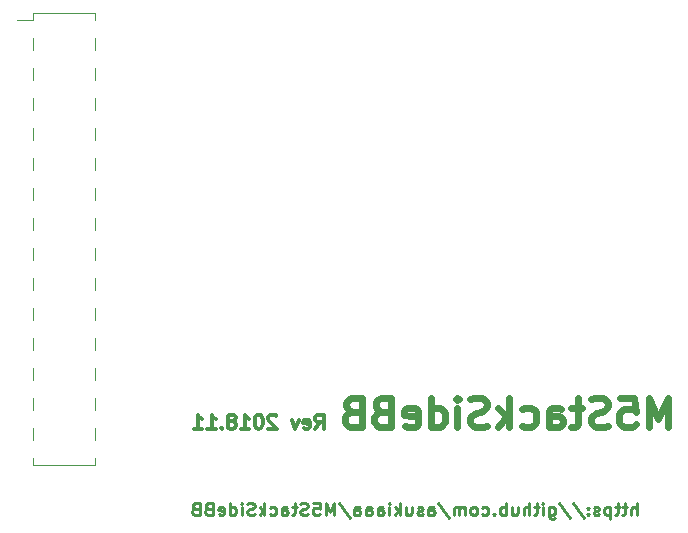
<source format=gbr>
G04 #@! TF.GenerationSoftware,KiCad,Pcbnew,5.0.1-33cea8e~68~ubuntu18.04.1*
G04 #@! TF.CreationDate,2018-11-09T15:53:42+09:00*
G04 #@! TF.ProjectId,M5StackSideBB,4D35537461636B5369646542422E6B69,rev?*
G04 #@! TF.SameCoordinates,Original*
G04 #@! TF.FileFunction,Legend,Bot*
G04 #@! TF.FilePolarity,Positive*
%FSLAX46Y46*%
G04 Gerber Fmt 4.6, Leading zero omitted, Abs format (unit mm)*
G04 Created by KiCad (PCBNEW 5.0.1-33cea8e~68~ubuntu18.04.1) date 2018年11月09日 15時53分42秒*
%MOMM*%
%LPD*%
G01*
G04 APERTURE LIST*
%ADD10C,0.250000*%
%ADD11C,0.300000*%
%ADD12C,0.625000*%
%ADD13C,0.120000*%
G04 APERTURE END LIST*
D10*
X192591561Y-98191580D02*
X192591561Y-97191580D01*
X192120133Y-98191580D02*
X192120133Y-97667771D01*
X192172514Y-97572533D01*
X192277276Y-97524914D01*
X192434419Y-97524914D01*
X192539180Y-97572533D01*
X192591561Y-97620152D01*
X191753466Y-97524914D02*
X191334419Y-97524914D01*
X191596323Y-97191580D02*
X191596323Y-98048723D01*
X191543942Y-98143961D01*
X191439180Y-98191580D01*
X191334419Y-98191580D01*
X191124895Y-97524914D02*
X190705847Y-97524914D01*
X190967752Y-97191580D02*
X190967752Y-98048723D01*
X190915371Y-98143961D01*
X190810609Y-98191580D01*
X190705847Y-98191580D01*
X190339180Y-97524914D02*
X190339180Y-98524914D01*
X190339180Y-97572533D02*
X190234419Y-97524914D01*
X190024895Y-97524914D01*
X189920133Y-97572533D01*
X189867752Y-97620152D01*
X189815371Y-97715390D01*
X189815371Y-98001104D01*
X189867752Y-98096342D01*
X189920133Y-98143961D01*
X190024895Y-98191580D01*
X190234419Y-98191580D01*
X190339180Y-98143961D01*
X189396323Y-98143961D02*
X189291561Y-98191580D01*
X189082038Y-98191580D01*
X188977276Y-98143961D01*
X188924895Y-98048723D01*
X188924895Y-98001104D01*
X188977276Y-97905866D01*
X189082038Y-97858247D01*
X189239180Y-97858247D01*
X189343942Y-97810628D01*
X189396323Y-97715390D01*
X189396323Y-97667771D01*
X189343942Y-97572533D01*
X189239180Y-97524914D01*
X189082038Y-97524914D01*
X188977276Y-97572533D01*
X188453466Y-98096342D02*
X188401085Y-98143961D01*
X188453466Y-98191580D01*
X188505847Y-98143961D01*
X188453466Y-98096342D01*
X188453466Y-98191580D01*
X188453466Y-97572533D02*
X188401085Y-97620152D01*
X188453466Y-97667771D01*
X188505847Y-97620152D01*
X188453466Y-97572533D01*
X188453466Y-97667771D01*
X187143942Y-97143961D02*
X188086800Y-98429676D01*
X185991561Y-97143961D02*
X186934419Y-98429676D01*
X185153466Y-97524914D02*
X185153466Y-98334438D01*
X185205847Y-98429676D01*
X185258228Y-98477295D01*
X185362990Y-98524914D01*
X185520133Y-98524914D01*
X185624895Y-98477295D01*
X185153466Y-98143961D02*
X185258228Y-98191580D01*
X185467752Y-98191580D01*
X185572514Y-98143961D01*
X185624895Y-98096342D01*
X185677276Y-98001104D01*
X185677276Y-97715390D01*
X185624895Y-97620152D01*
X185572514Y-97572533D01*
X185467752Y-97524914D01*
X185258228Y-97524914D01*
X185153466Y-97572533D01*
X184629657Y-98191580D02*
X184629657Y-97524914D01*
X184629657Y-97191580D02*
X184682038Y-97239200D01*
X184629657Y-97286819D01*
X184577276Y-97239200D01*
X184629657Y-97191580D01*
X184629657Y-97286819D01*
X184262990Y-97524914D02*
X183843942Y-97524914D01*
X184105847Y-97191580D02*
X184105847Y-98048723D01*
X184053466Y-98143961D01*
X183948704Y-98191580D01*
X183843942Y-98191580D01*
X183477276Y-98191580D02*
X183477276Y-97191580D01*
X183005847Y-98191580D02*
X183005847Y-97667771D01*
X183058228Y-97572533D01*
X183162990Y-97524914D01*
X183320133Y-97524914D01*
X183424895Y-97572533D01*
X183477276Y-97620152D01*
X182010609Y-97524914D02*
X182010609Y-98191580D01*
X182482038Y-97524914D02*
X182482038Y-98048723D01*
X182429657Y-98143961D01*
X182324895Y-98191580D01*
X182167752Y-98191580D01*
X182062990Y-98143961D01*
X182010609Y-98096342D01*
X181486800Y-98191580D02*
X181486800Y-97191580D01*
X181486800Y-97572533D02*
X181382038Y-97524914D01*
X181172514Y-97524914D01*
X181067752Y-97572533D01*
X181015371Y-97620152D01*
X180962990Y-97715390D01*
X180962990Y-98001104D01*
X181015371Y-98096342D01*
X181067752Y-98143961D01*
X181172514Y-98191580D01*
X181382038Y-98191580D01*
X181486800Y-98143961D01*
X180491561Y-98096342D02*
X180439180Y-98143961D01*
X180491561Y-98191580D01*
X180543942Y-98143961D01*
X180491561Y-98096342D01*
X180491561Y-98191580D01*
X179496323Y-98143961D02*
X179601085Y-98191580D01*
X179810609Y-98191580D01*
X179915371Y-98143961D01*
X179967752Y-98096342D01*
X180020133Y-98001104D01*
X180020133Y-97715390D01*
X179967752Y-97620152D01*
X179915371Y-97572533D01*
X179810609Y-97524914D01*
X179601085Y-97524914D01*
X179496323Y-97572533D01*
X178867752Y-98191580D02*
X178972514Y-98143961D01*
X179024895Y-98096342D01*
X179077276Y-98001104D01*
X179077276Y-97715390D01*
X179024895Y-97620152D01*
X178972514Y-97572533D01*
X178867752Y-97524914D01*
X178710609Y-97524914D01*
X178605847Y-97572533D01*
X178553466Y-97620152D01*
X178501085Y-97715390D01*
X178501085Y-98001104D01*
X178553466Y-98096342D01*
X178605847Y-98143961D01*
X178710609Y-98191580D01*
X178867752Y-98191580D01*
X178029657Y-98191580D02*
X178029657Y-97524914D01*
X178029657Y-97620152D02*
X177977276Y-97572533D01*
X177872514Y-97524914D01*
X177715371Y-97524914D01*
X177610609Y-97572533D01*
X177558228Y-97667771D01*
X177558228Y-98191580D01*
X177558228Y-97667771D02*
X177505847Y-97572533D01*
X177401085Y-97524914D01*
X177243942Y-97524914D01*
X177139180Y-97572533D01*
X177086800Y-97667771D01*
X177086800Y-98191580D01*
X175777276Y-97143961D02*
X176720133Y-98429676D01*
X174939180Y-98191580D02*
X174939180Y-97667771D01*
X174991561Y-97572533D01*
X175096323Y-97524914D01*
X175305847Y-97524914D01*
X175410609Y-97572533D01*
X174939180Y-98143961D02*
X175043942Y-98191580D01*
X175305847Y-98191580D01*
X175410609Y-98143961D01*
X175462990Y-98048723D01*
X175462990Y-97953485D01*
X175410609Y-97858247D01*
X175305847Y-97810628D01*
X175043942Y-97810628D01*
X174939180Y-97763009D01*
X174467752Y-98143961D02*
X174362990Y-98191580D01*
X174153466Y-98191580D01*
X174048704Y-98143961D01*
X173996323Y-98048723D01*
X173996323Y-98001104D01*
X174048704Y-97905866D01*
X174153466Y-97858247D01*
X174310609Y-97858247D01*
X174415371Y-97810628D01*
X174467752Y-97715390D01*
X174467752Y-97667771D01*
X174415371Y-97572533D01*
X174310609Y-97524914D01*
X174153466Y-97524914D01*
X174048704Y-97572533D01*
X173053466Y-97524914D02*
X173053466Y-98191580D01*
X173524895Y-97524914D02*
X173524895Y-98048723D01*
X173472514Y-98143961D01*
X173367752Y-98191580D01*
X173210609Y-98191580D01*
X173105847Y-98143961D01*
X173053466Y-98096342D01*
X172529657Y-98191580D02*
X172529657Y-97191580D01*
X172424895Y-97810628D02*
X172110609Y-98191580D01*
X172110609Y-97524914D02*
X172529657Y-97905866D01*
X171639180Y-98191580D02*
X171639180Y-97524914D01*
X171639180Y-97191580D02*
X171691561Y-97239200D01*
X171639180Y-97286819D01*
X171586800Y-97239200D01*
X171639180Y-97191580D01*
X171639180Y-97286819D01*
X170643942Y-98191580D02*
X170643942Y-97667771D01*
X170696323Y-97572533D01*
X170801085Y-97524914D01*
X171010609Y-97524914D01*
X171115371Y-97572533D01*
X170643942Y-98143961D02*
X170748704Y-98191580D01*
X171010609Y-98191580D01*
X171115371Y-98143961D01*
X171167752Y-98048723D01*
X171167752Y-97953485D01*
X171115371Y-97858247D01*
X171010609Y-97810628D01*
X170748704Y-97810628D01*
X170643942Y-97763009D01*
X169648704Y-98191580D02*
X169648704Y-97667771D01*
X169701085Y-97572533D01*
X169805847Y-97524914D01*
X170015371Y-97524914D01*
X170120133Y-97572533D01*
X169648704Y-98143961D02*
X169753466Y-98191580D01*
X170015371Y-98191580D01*
X170120133Y-98143961D01*
X170172514Y-98048723D01*
X170172514Y-97953485D01*
X170120133Y-97858247D01*
X170015371Y-97810628D01*
X169753466Y-97810628D01*
X169648704Y-97763009D01*
X168653466Y-98191580D02*
X168653466Y-97667771D01*
X168705847Y-97572533D01*
X168810609Y-97524914D01*
X169020133Y-97524914D01*
X169124895Y-97572533D01*
X168653466Y-98143961D02*
X168758228Y-98191580D01*
X169020133Y-98191580D01*
X169124895Y-98143961D01*
X169177276Y-98048723D01*
X169177276Y-97953485D01*
X169124895Y-97858247D01*
X169020133Y-97810628D01*
X168758228Y-97810628D01*
X168653466Y-97763009D01*
X167343942Y-97143961D02*
X168286800Y-98429676D01*
X166977276Y-98191580D02*
X166977276Y-97191580D01*
X166610609Y-97905866D01*
X166243942Y-97191580D01*
X166243942Y-98191580D01*
X165196323Y-97191580D02*
X165720133Y-97191580D01*
X165772514Y-97667771D01*
X165720133Y-97620152D01*
X165615371Y-97572533D01*
X165353466Y-97572533D01*
X165248704Y-97620152D01*
X165196323Y-97667771D01*
X165143942Y-97763009D01*
X165143942Y-98001104D01*
X165196323Y-98096342D01*
X165248704Y-98143961D01*
X165353466Y-98191580D01*
X165615371Y-98191580D01*
X165720133Y-98143961D01*
X165772514Y-98096342D01*
X164724895Y-98143961D02*
X164567752Y-98191580D01*
X164305847Y-98191580D01*
X164201085Y-98143961D01*
X164148704Y-98096342D01*
X164096323Y-98001104D01*
X164096323Y-97905866D01*
X164148704Y-97810628D01*
X164201085Y-97763009D01*
X164305847Y-97715390D01*
X164515371Y-97667771D01*
X164620133Y-97620152D01*
X164672514Y-97572533D01*
X164724895Y-97477295D01*
X164724895Y-97382057D01*
X164672514Y-97286819D01*
X164620133Y-97239200D01*
X164515371Y-97191580D01*
X164253466Y-97191580D01*
X164096323Y-97239200D01*
X163782038Y-97524914D02*
X163362990Y-97524914D01*
X163624895Y-97191580D02*
X163624895Y-98048723D01*
X163572514Y-98143961D01*
X163467752Y-98191580D01*
X163362990Y-98191580D01*
X162524895Y-98191580D02*
X162524895Y-97667771D01*
X162577276Y-97572533D01*
X162682038Y-97524914D01*
X162891561Y-97524914D01*
X162996323Y-97572533D01*
X162524895Y-98143961D02*
X162629657Y-98191580D01*
X162891561Y-98191580D01*
X162996323Y-98143961D01*
X163048704Y-98048723D01*
X163048704Y-97953485D01*
X162996323Y-97858247D01*
X162891561Y-97810628D01*
X162629657Y-97810628D01*
X162524895Y-97763009D01*
X161529657Y-98143961D02*
X161634419Y-98191580D01*
X161843942Y-98191580D01*
X161948704Y-98143961D01*
X162001085Y-98096342D01*
X162053466Y-98001104D01*
X162053466Y-97715390D01*
X162001085Y-97620152D01*
X161948704Y-97572533D01*
X161843942Y-97524914D01*
X161634419Y-97524914D01*
X161529657Y-97572533D01*
X161058228Y-98191580D02*
X161058228Y-97191580D01*
X160953466Y-97810628D02*
X160639180Y-98191580D01*
X160639180Y-97524914D02*
X161058228Y-97905866D01*
X160220133Y-98143961D02*
X160062990Y-98191580D01*
X159801085Y-98191580D01*
X159696323Y-98143961D01*
X159643942Y-98096342D01*
X159591561Y-98001104D01*
X159591561Y-97905866D01*
X159643942Y-97810628D01*
X159696323Y-97763009D01*
X159801085Y-97715390D01*
X160010609Y-97667771D01*
X160115371Y-97620152D01*
X160167752Y-97572533D01*
X160220133Y-97477295D01*
X160220133Y-97382057D01*
X160167752Y-97286819D01*
X160115371Y-97239200D01*
X160010609Y-97191580D01*
X159748704Y-97191580D01*
X159591561Y-97239200D01*
X159120133Y-98191580D02*
X159120133Y-97524914D01*
X159120133Y-97191580D02*
X159172514Y-97239200D01*
X159120133Y-97286819D01*
X159067752Y-97239200D01*
X159120133Y-97191580D01*
X159120133Y-97286819D01*
X158124895Y-98191580D02*
X158124895Y-97191580D01*
X158124895Y-98143961D02*
X158229657Y-98191580D01*
X158439180Y-98191580D01*
X158543942Y-98143961D01*
X158596323Y-98096342D01*
X158648704Y-98001104D01*
X158648704Y-97715390D01*
X158596323Y-97620152D01*
X158543942Y-97572533D01*
X158439180Y-97524914D01*
X158229657Y-97524914D01*
X158124895Y-97572533D01*
X157182038Y-98143961D02*
X157286800Y-98191580D01*
X157496323Y-98191580D01*
X157601085Y-98143961D01*
X157653466Y-98048723D01*
X157653466Y-97667771D01*
X157601085Y-97572533D01*
X157496323Y-97524914D01*
X157286800Y-97524914D01*
X157182038Y-97572533D01*
X157129657Y-97667771D01*
X157129657Y-97763009D01*
X157653466Y-97858247D01*
X156291561Y-97667771D02*
X156134419Y-97715390D01*
X156082038Y-97763009D01*
X156029657Y-97858247D01*
X156029657Y-98001104D01*
X156082038Y-98096342D01*
X156134419Y-98143961D01*
X156239180Y-98191580D01*
X156658228Y-98191580D01*
X156658228Y-97191580D01*
X156291561Y-97191580D01*
X156186800Y-97239200D01*
X156134419Y-97286819D01*
X156082038Y-97382057D01*
X156082038Y-97477295D01*
X156134419Y-97572533D01*
X156186800Y-97620152D01*
X156291561Y-97667771D01*
X156658228Y-97667771D01*
X155191561Y-97667771D02*
X155034419Y-97715390D01*
X154982038Y-97763009D01*
X154929657Y-97858247D01*
X154929657Y-98001104D01*
X154982038Y-98096342D01*
X155034419Y-98143961D01*
X155139180Y-98191580D01*
X155558228Y-98191580D01*
X155558228Y-97191580D01*
X155191561Y-97191580D01*
X155086800Y-97239200D01*
X155034419Y-97286819D01*
X154982038Y-97382057D01*
X154982038Y-97477295D01*
X155034419Y-97572533D01*
X155086800Y-97620152D01*
X155191561Y-97667771D01*
X155558228Y-97667771D01*
D11*
X165375628Y-90916057D02*
X165775628Y-90344628D01*
X166061342Y-90916057D02*
X166061342Y-89716057D01*
X165604200Y-89716057D01*
X165489914Y-89773200D01*
X165432771Y-89830342D01*
X165375628Y-89944628D01*
X165375628Y-90116057D01*
X165432771Y-90230342D01*
X165489914Y-90287485D01*
X165604200Y-90344628D01*
X166061342Y-90344628D01*
X164404200Y-90858914D02*
X164518485Y-90916057D01*
X164747057Y-90916057D01*
X164861342Y-90858914D01*
X164918485Y-90744628D01*
X164918485Y-90287485D01*
X164861342Y-90173200D01*
X164747057Y-90116057D01*
X164518485Y-90116057D01*
X164404200Y-90173200D01*
X164347057Y-90287485D01*
X164347057Y-90401771D01*
X164918485Y-90516057D01*
X163947057Y-90116057D02*
X163661342Y-90916057D01*
X163375628Y-90116057D01*
X162061342Y-89830342D02*
X162004200Y-89773200D01*
X161889914Y-89716057D01*
X161604200Y-89716057D01*
X161489914Y-89773200D01*
X161432771Y-89830342D01*
X161375628Y-89944628D01*
X161375628Y-90058914D01*
X161432771Y-90230342D01*
X162118485Y-90916057D01*
X161375628Y-90916057D01*
X160632771Y-89716057D02*
X160518485Y-89716057D01*
X160404200Y-89773200D01*
X160347057Y-89830342D01*
X160289914Y-89944628D01*
X160232771Y-90173200D01*
X160232771Y-90458914D01*
X160289914Y-90687485D01*
X160347057Y-90801771D01*
X160404200Y-90858914D01*
X160518485Y-90916057D01*
X160632771Y-90916057D01*
X160747057Y-90858914D01*
X160804200Y-90801771D01*
X160861342Y-90687485D01*
X160918485Y-90458914D01*
X160918485Y-90173200D01*
X160861342Y-89944628D01*
X160804200Y-89830342D01*
X160747057Y-89773200D01*
X160632771Y-89716057D01*
X159089914Y-90916057D02*
X159775628Y-90916057D01*
X159432771Y-90916057D02*
X159432771Y-89716057D01*
X159547057Y-89887485D01*
X159661342Y-90001771D01*
X159775628Y-90058914D01*
X158404200Y-90230342D02*
X158518485Y-90173200D01*
X158575628Y-90116057D01*
X158632771Y-90001771D01*
X158632771Y-89944628D01*
X158575628Y-89830342D01*
X158518485Y-89773200D01*
X158404200Y-89716057D01*
X158175628Y-89716057D01*
X158061342Y-89773200D01*
X158004200Y-89830342D01*
X157947057Y-89944628D01*
X157947057Y-90001771D01*
X158004200Y-90116057D01*
X158061342Y-90173200D01*
X158175628Y-90230342D01*
X158404200Y-90230342D01*
X158518485Y-90287485D01*
X158575628Y-90344628D01*
X158632771Y-90458914D01*
X158632771Y-90687485D01*
X158575628Y-90801771D01*
X158518485Y-90858914D01*
X158404200Y-90916057D01*
X158175628Y-90916057D01*
X158061342Y-90858914D01*
X158004200Y-90801771D01*
X157947057Y-90687485D01*
X157947057Y-90458914D01*
X158004200Y-90344628D01*
X158061342Y-90287485D01*
X158175628Y-90230342D01*
X157432771Y-90801771D02*
X157375628Y-90858914D01*
X157432771Y-90916057D01*
X157489914Y-90858914D01*
X157432771Y-90801771D01*
X157432771Y-90916057D01*
X156232771Y-90916057D02*
X156918485Y-90916057D01*
X156575628Y-90916057D02*
X156575628Y-89716057D01*
X156689914Y-89887485D01*
X156804200Y-90001771D01*
X156918485Y-90058914D01*
X155089914Y-90916057D02*
X155775628Y-90916057D01*
X155432771Y-90916057D02*
X155432771Y-89716057D01*
X155547057Y-89887485D01*
X155661342Y-90001771D01*
X155775628Y-90058914D01*
D12*
X195240952Y-90767552D02*
X195240952Y-88267552D01*
X194407619Y-90053266D01*
X193574285Y-88267552D01*
X193574285Y-90767552D01*
X191193333Y-88267552D02*
X192383809Y-88267552D01*
X192502857Y-89458028D01*
X192383809Y-89338980D01*
X192145714Y-89219933D01*
X191550476Y-89219933D01*
X191312380Y-89338980D01*
X191193333Y-89458028D01*
X191074285Y-89696123D01*
X191074285Y-90291361D01*
X191193333Y-90529457D01*
X191312380Y-90648504D01*
X191550476Y-90767552D01*
X192145714Y-90767552D01*
X192383809Y-90648504D01*
X192502857Y-90529457D01*
X190121904Y-90648504D02*
X189764761Y-90767552D01*
X189169523Y-90767552D01*
X188931428Y-90648504D01*
X188812380Y-90529457D01*
X188693333Y-90291361D01*
X188693333Y-90053266D01*
X188812380Y-89815171D01*
X188931428Y-89696123D01*
X189169523Y-89577076D01*
X189645714Y-89458028D01*
X189883809Y-89338980D01*
X190002857Y-89219933D01*
X190121904Y-88981838D01*
X190121904Y-88743742D01*
X190002857Y-88505647D01*
X189883809Y-88386600D01*
X189645714Y-88267552D01*
X189050476Y-88267552D01*
X188693333Y-88386600D01*
X187979047Y-89100885D02*
X187026666Y-89100885D01*
X187621904Y-88267552D02*
X187621904Y-90410409D01*
X187502857Y-90648504D01*
X187264761Y-90767552D01*
X187026666Y-90767552D01*
X185121904Y-90767552D02*
X185121904Y-89458028D01*
X185240952Y-89219933D01*
X185479047Y-89100885D01*
X185955238Y-89100885D01*
X186193333Y-89219933D01*
X185121904Y-90648504D02*
X185360000Y-90767552D01*
X185955238Y-90767552D01*
X186193333Y-90648504D01*
X186312380Y-90410409D01*
X186312380Y-90172314D01*
X186193333Y-89934219D01*
X185955238Y-89815171D01*
X185360000Y-89815171D01*
X185121904Y-89696123D01*
X182860000Y-90648504D02*
X183098095Y-90767552D01*
X183574285Y-90767552D01*
X183812380Y-90648504D01*
X183931428Y-90529457D01*
X184050476Y-90291361D01*
X184050476Y-89577076D01*
X183931428Y-89338980D01*
X183812380Y-89219933D01*
X183574285Y-89100885D01*
X183098095Y-89100885D01*
X182860000Y-89219933D01*
X181788571Y-90767552D02*
X181788571Y-88267552D01*
X181550476Y-89815171D02*
X180836190Y-90767552D01*
X180836190Y-89100885D02*
X181788571Y-90053266D01*
X179883809Y-90648504D02*
X179526666Y-90767552D01*
X178931428Y-90767552D01*
X178693333Y-90648504D01*
X178574285Y-90529457D01*
X178455238Y-90291361D01*
X178455238Y-90053266D01*
X178574285Y-89815171D01*
X178693333Y-89696123D01*
X178931428Y-89577076D01*
X179407619Y-89458028D01*
X179645714Y-89338980D01*
X179764761Y-89219933D01*
X179883809Y-88981838D01*
X179883809Y-88743742D01*
X179764761Y-88505647D01*
X179645714Y-88386600D01*
X179407619Y-88267552D01*
X178812380Y-88267552D01*
X178455238Y-88386600D01*
X177383809Y-90767552D02*
X177383809Y-89100885D01*
X177383809Y-88267552D02*
X177502857Y-88386600D01*
X177383809Y-88505647D01*
X177264761Y-88386600D01*
X177383809Y-88267552D01*
X177383809Y-88505647D01*
X175121904Y-90767552D02*
X175121904Y-88267552D01*
X175121904Y-90648504D02*
X175360000Y-90767552D01*
X175836190Y-90767552D01*
X176074285Y-90648504D01*
X176193333Y-90529457D01*
X176312380Y-90291361D01*
X176312380Y-89577076D01*
X176193333Y-89338980D01*
X176074285Y-89219933D01*
X175836190Y-89100885D01*
X175360000Y-89100885D01*
X175121904Y-89219933D01*
X172979047Y-90648504D02*
X173217142Y-90767552D01*
X173693333Y-90767552D01*
X173931428Y-90648504D01*
X174050476Y-90410409D01*
X174050476Y-89458028D01*
X173931428Y-89219933D01*
X173693333Y-89100885D01*
X173217142Y-89100885D01*
X172979047Y-89219933D01*
X172860000Y-89458028D01*
X172860000Y-89696123D01*
X174050476Y-89934219D01*
X170955238Y-89458028D02*
X170598095Y-89577076D01*
X170479047Y-89696123D01*
X170360000Y-89934219D01*
X170360000Y-90291361D01*
X170479047Y-90529457D01*
X170598095Y-90648504D01*
X170836190Y-90767552D01*
X171788571Y-90767552D01*
X171788571Y-88267552D01*
X170955238Y-88267552D01*
X170717142Y-88386600D01*
X170598095Y-88505647D01*
X170479047Y-88743742D01*
X170479047Y-88981838D01*
X170598095Y-89219933D01*
X170717142Y-89338980D01*
X170955238Y-89458028D01*
X171788571Y-89458028D01*
X168455238Y-89458028D02*
X168098095Y-89577076D01*
X167979047Y-89696123D01*
X167860000Y-89934219D01*
X167860000Y-90291361D01*
X167979047Y-90529457D01*
X168098095Y-90648504D01*
X168336190Y-90767552D01*
X169288571Y-90767552D01*
X169288571Y-88267552D01*
X168455238Y-88267552D01*
X168217142Y-88386600D01*
X168098095Y-88505647D01*
X167979047Y-88743742D01*
X167979047Y-88981838D01*
X168098095Y-89219933D01*
X168217142Y-89338980D01*
X168455238Y-89458028D01*
X169288571Y-89458028D01*
D13*
G04 #@! TO.C,J4*
X141474000Y-56288400D02*
X140114000Y-56288400D01*
X146674000Y-93368400D02*
X146674000Y-93938400D01*
X146674000Y-90828400D02*
X146674000Y-91848400D01*
X146674000Y-88288400D02*
X146674000Y-89308400D01*
X146674000Y-85748400D02*
X146674000Y-86768400D01*
X146674000Y-83208400D02*
X146674000Y-84228400D01*
X146674000Y-80668400D02*
X146674000Y-81688400D01*
X146674000Y-78128400D02*
X146674000Y-79148400D01*
X146674000Y-75588400D02*
X146674000Y-76608400D01*
X146674000Y-73048400D02*
X146674000Y-74068400D01*
X146674000Y-70508400D02*
X146674000Y-71528400D01*
X146674000Y-67968400D02*
X146674000Y-68988400D01*
X146674000Y-65428400D02*
X146674000Y-66448400D01*
X146674000Y-62888400D02*
X146674000Y-63908400D01*
X146674000Y-60348400D02*
X146674000Y-61368400D01*
X146674000Y-57808400D02*
X146674000Y-58828400D01*
X146674000Y-55718400D02*
X146674000Y-56288400D01*
X146674000Y-93938400D02*
X141474000Y-93938400D01*
X141474000Y-93368400D02*
X141474000Y-93938400D01*
X141474000Y-90828400D02*
X141474000Y-91848400D01*
X141474000Y-88288400D02*
X141474000Y-89308400D01*
X141474000Y-85748400D02*
X141474000Y-86768400D01*
X141474000Y-83208400D02*
X141474000Y-84228400D01*
X141474000Y-80668400D02*
X141474000Y-81688400D01*
X141474000Y-78128400D02*
X141474000Y-79148400D01*
X141474000Y-75588400D02*
X141474000Y-76608400D01*
X141474000Y-73048400D02*
X141474000Y-74068400D01*
X141474000Y-70508400D02*
X141474000Y-71528400D01*
X141474000Y-67968400D02*
X141474000Y-68988400D01*
X141474000Y-65428400D02*
X141474000Y-66448400D01*
X141474000Y-62888400D02*
X141474000Y-63908400D01*
X141474000Y-60348400D02*
X141474000Y-61368400D01*
X141474000Y-57808400D02*
X141474000Y-58828400D01*
X141474000Y-55718400D02*
X141474000Y-56288400D01*
X146674000Y-55718400D02*
X141474000Y-55718400D01*
G04 #@! TD*
M02*

</source>
